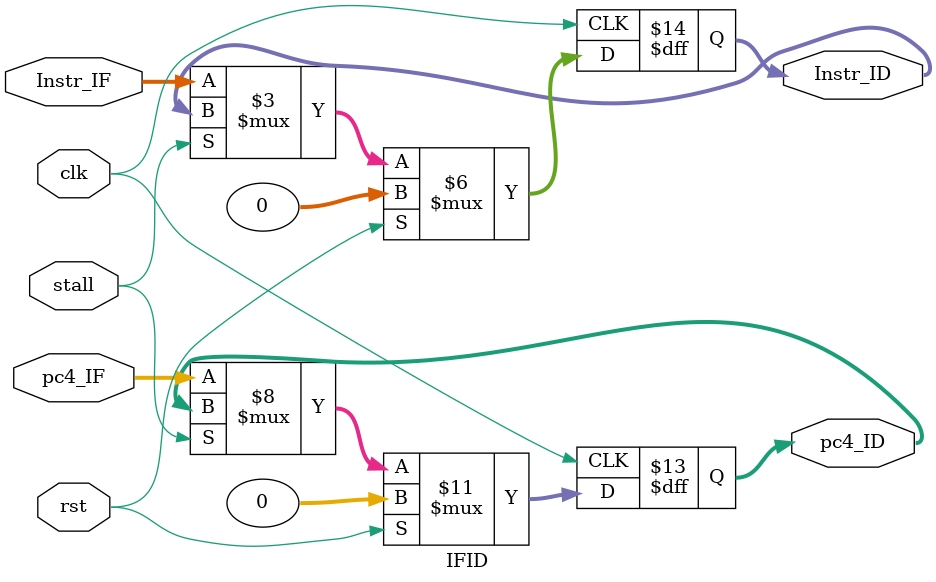
<source format=sv>
module IFID(
    input  logic        clk, rst, stall, // flush
    input  logic [31:0] pc4_IF,
    input  logic [31:0] Instr_IF,
    output logic [31:0] pc4_ID,
    output logic [31:0] Instr_ID
);

    always_ff @(posedge clk) begin
        if (rst) begin
            Instr_ID <= '0;
            pc4_ID   <= '0;
        end else if (!stall) begin
            Instr_ID <= Instr_IF;
            pc4_ID   <= pc4_IF;
        end
        // else: hold value (stall)
    end
endmodule
</source>
